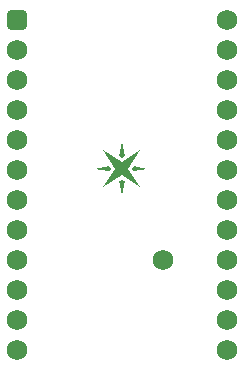
<source format=gbs>
G04*
G04 #@! TF.GenerationSoftware,Altium Limited,Altium Designer,20.1.11 (218)*
G04*
G04 Layer_Color=16711935*
%FSAX25Y25*%
%MOIN*%
G70*
G04*
G04 #@! TF.SameCoordinates,33997834-81F2-4769-9C1A-FA938185F8BD*
G04*
G04*
G04 #@! TF.FilePolarity,Negative*
G04*
G01*
G75*
%ADD18C,0.06890*%
G04:AMPARAMS|DCode=19|XSize=68.9mil|YSize=68.9mil|CornerRadius=18.7mil|HoleSize=0mil|Usage=FLASHONLY|Rotation=0.000|XOffset=0mil|YOffset=0mil|HoleType=Round|Shape=RoundedRectangle|*
%AMROUNDEDRECTD19*
21,1,0.06890,0.03150,0,0,0.0*
21,1,0.03150,0.06890,0,0,0.0*
1,1,0.03740,0.01575,-0.01575*
1,1,0.03740,-0.01575,-0.01575*
1,1,0.03740,-0.01575,0.01575*
1,1,0.03740,0.01575,0.01575*
%
%ADD19ROUNDEDRECTD19*%
G36*
X0045800Y0079800D02*
X0044800Y0079100D01*
X0043800Y0079800D01*
X0044800Y0084200D01*
X0045800Y0079800D01*
D02*
G37*
G36*
X0047000Y0075400D02*
X0050800Y0069300D01*
X0044800Y0073200D01*
X0038700Y0069400D01*
X0042500Y0075400D01*
X0038700Y0081600D01*
X0044800Y0077600D01*
X0051000Y0081700D01*
X0047000Y0075400D01*
D02*
G37*
G36*
X0053400D02*
X0049000Y0074500D01*
X0048400Y0075400D01*
X0049000Y0076300D01*
X0053400Y0075400D01*
D02*
G37*
G36*
X0041200D02*
X0040600Y0074500D01*
X0036000Y0075400D01*
X0040600Y0076300D01*
X0041200Y0075400D01*
D02*
G37*
G36*
X0045800Y0071200D02*
X0044800Y0066600D01*
X0043800Y0071200D01*
X0044800Y0071800D01*
X0045800Y0071200D01*
D02*
G37*
D18*
X0058500Y0044900D02*
D03*
X0010004Y0115020D02*
D03*
Y0105020D02*
D03*
Y0095020D02*
D03*
Y0085020D02*
D03*
Y0075020D02*
D03*
Y0065020D02*
D03*
Y0055020D02*
D03*
Y0045020D02*
D03*
Y0035020D02*
D03*
Y0025020D02*
D03*
Y0015020D02*
D03*
X0080004D02*
D03*
Y0025020D02*
D03*
Y0035020D02*
D03*
Y0045020D02*
D03*
Y0055020D02*
D03*
Y0065020D02*
D03*
Y0075020D02*
D03*
Y0085020D02*
D03*
Y0095020D02*
D03*
Y0105020D02*
D03*
Y0115020D02*
D03*
Y0125020D02*
D03*
D19*
X0010004D02*
D03*
M02*

</source>
